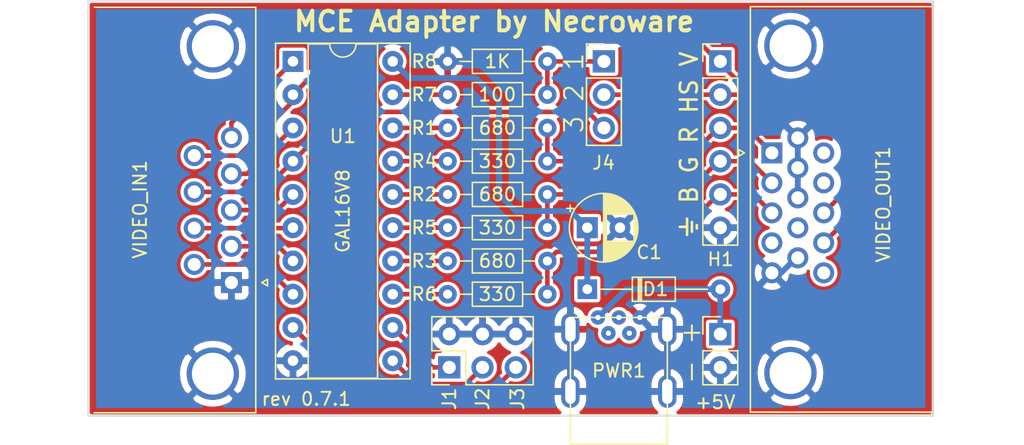
<source format=kicad_pcb>
(kicad_pcb (version 20171130) (host pcbnew 5.1.8)
  (title_block (title "MCE Adapter") (date 2020-12-06) (rev 0.7.1) (company Necroware) (comment 1 "by Scorp"))
  (layers (0 F.Cu signal) (31 B.Cu signal) (34 B.Paste user) (35 F.Paste user) (36 B.SilkS user) (37 F.SilkS user) (38 B.Mask user) (39 F.Mask user) (44 Edge.Cuts user))
  (net 0 "")
  (net 1 GND)
  (net 2 R_IN)
  (net 3 G_IN)
  (net 4 B_IN)
  (net 5 IR_IN)
  (net 6 IG_IN)
  (net 7 IB_IN)
  (net 8 H_IN)
  (net 9 V_IN)
  (net 10 "Net-(D1-Pad2)")
  (net 11 H_OUT)
  (net 12 B_OUT)
  (net 13 G_OUT)
  (net 14 R_OUT)
  (net 15 S_OUT)
  (net 16 "Net-(R1-Pad2)")
  (net 17 "Net-(R3-Pad2)")
  (net 18 "Net-(R5-Pad2)")
  (net 19 "Net-(R6-Pad2)")
  (net 20 SW3_IN)
  (net 21 SW2_IN)
  (net 22 SW1_IN)
  (net 23 "Net-(R4-Pad2)")
  (net 24 "Net-(R7-Pad2)")
  (net 25 "Net-(R2-Pad2)")
  (net 26 "Net-(C1-Pad1)")
  (module Capacitor_THT:CP_Radial_D5.0mm_P2.50mm (layer F.Cu) (at 148.844 104.013)
    (fp_text reference C1 (at 4.7244 1.8796) (layer F.SilkS))
    (fp_text value 220u hide)
    (fp_circle (center 1.25 0) (end 3.87 0) (layer F.SilkS) (width 0.12))
    (fp_line (start 1.25 -2.58) (end 1.25 2.58) (layer F.SilkS) (width 0.12))
    (fp_line (start 1.29 -2.58) (end 1.29 2.58) (layer F.SilkS) (width 0.12))
    (fp_line (start 1.33 -2.579) (end 1.33 2.579) (layer F.SilkS) (width 0.12))
    (fp_line (start 1.37 -2.578) (end 1.37 2.578) (layer F.SilkS) (width 0.12))
    (fp_line (start 1.41 -2.576) (end 1.41 2.576) (layer F.SilkS) (width 0.12))
    (fp_line (start 1.45 -2.573) (end 1.45 2.573) (layer F.SilkS) (width 0.12))
    (fp_line (start 1.49 -2.569) (end 1.49 -1.04) (layer F.SilkS) (width 0.12))
    (fp_line (start 1.49 1.04) (end 1.49 2.569) (layer F.SilkS) (width 0.12))
    (fp_line (start 1.53 -2.565) (end 1.53 -1.04) (layer F.SilkS) (width 0.12))
    (fp_line (start 1.53 1.04) (end 1.53 2.565) (layer F.SilkS) (width 0.12))
    (fp_line (start 1.57 -2.561) (end 1.57 -1.04) (layer F.SilkS) (width 0.12))
    (fp_line (start 1.57 1.04) (end 1.57 2.561) (layer F.SilkS) (width 0.12))
    (fp_line (start 1.61 -2.556) (end 1.61 -1.04) (layer F.SilkS) (width 0.12))
    (fp_line (start 1.61 1.04) (end 1.61 2.556) (layer F.SilkS) (width 0.12))
    (fp_line (start 1.65 -2.55) (end 1.65 -1.04) (layer F.SilkS) (width 0.12))
    (fp_line (start 1.65 1.04) (end 1.65 2.55) (layer F.SilkS) (width 0.12))
    (fp_line (start 1.69 -2.543) (end 1.69 -1.04) (layer F.SilkS) (width 0.12))
    (fp_line (start 1.69 1.04) (end 1.69 2.543) (layer F.SilkS) (width 0.12))
    (fp_line (start 1.73 -2.536) (end 1.73 -1.04) (layer F.SilkS) (width 0.12))
    (fp_line (start 1.73 1.04) (end 1.73 2.536) (layer F.SilkS) (width 0.12))
    (fp_line (start 1.77 -2.528) (end 1.77 -1.04) (layer F.SilkS) (width 0.12))
    (fp_line (start 1.77 1.04) (end 1.77 2.528) (layer F.SilkS) (width 0.12))
    (fp_line (start 1.81 -2.52) (end 1.81 -1.04) (layer F.SilkS) (width 0.12))
    (fp_line (start 1.81 1.04) (end 1.81 2.52) (layer F.SilkS) (width 0.12))
    (fp_line (start 1.85 -2.511) (end 1.85 -1.04) (layer F.SilkS) (width 0.12))
    (fp_line (start 1.85 1.04) (end 1.85 2.511) (layer F.SilkS) (width 0.12))
    (fp_line (start 1.89 -2.501) (end 1.89 -1.04) (layer F.SilkS) (width 0.12))
    (fp_line (start 1.89 1.04) (end 1.89 2.501) (layer F.SilkS) (width 0.12))
    (fp_line (start 1.93 -2.491) (end 1.93 -1.04) (layer F.SilkS) (width 0.12))
    (fp_line (start 1.93 1.04) (end 1.93 2.491) (layer F.SilkS) (width 0.12))
    (fp_line (start 1.971 -2.48) (end 1.971 -1.04) (layer F.SilkS) (width 0.12))
    (fp_line (start 1.971 1.04) (end 1.971 2.48) (layer F.SilkS) (width 0.12))
    (fp_line (start 2.011 -2.468) (end 2.011 -1.04) (layer F.SilkS) (width 0.12))
    (fp_line (start 2.011 1.04) (end 2.011 2.468) (layer F.SilkS) (width 0.12))
    (fp_line (start 2.051 -2.455) (end 2.051 -1.04) (layer F.SilkS) (width 0.12))
    (fp_line (start 2.051 1.04) (end 2.051 2.455) (layer F.SilkS) (width 0.12))
    (fp_line (start 2.091 -2.442) (end 2.091 -1.04) (layer F.SilkS) (width 0.12))
    (fp_line (start 2.091 1.04) (end 2.091 2.442) (layer F.SilkS) (width 0.12))
    (fp_line (start 2.131 -2.428) (end 2.131 -1.04) (layer F.SilkS) (width 0.12))
    (fp_line (start 2.131 1.04) (end 2.131 2.428) (layer F.SilkS) (width 0.12))
    (fp_line (start 2.171 -2.414) (end 2.171 -1.04) (layer F.SilkS) (width 0.12))
    (fp_line (start 2.171 1.04) (end 2.171 2.414) (layer F.SilkS) (width 0.12))
    (fp_line (start 2.211 -2.398) (end 2.211 -1.04) (layer F.SilkS) (width 0.12))
    (fp_line (start 2.211 1.04) (end 2.211 2.398) (layer F.SilkS) (width 0.12))
    (fp_line (start 2.251 -2.382) (end 2.251 -1.04) (layer F.SilkS) (width 0.12))
    (fp_line (start 2.251 1.04) (end 2.251 2.382) (layer F.SilkS) (width 0.12))
    (fp_line (start 2.291 -2.365) (end 2.291 -1.04) (layer F.SilkS) (width 0.12))
    (fp_line (start 2.291 1.04) (end 2.291 2.365) (layer F.SilkS) (width 0.12))
    (fp_line (start 2.331 -2.348) (end 2.331 -1.04) (layer F.SilkS) (width 0.12))
    (fp_line (start 2.331 1.04) (end 2.331 2.348) (layer F.SilkS) (width 0.12))
    (fp_line (start 2.371 -2.329) (end 2.371 -1.04) (layer F.SilkS) (width 0.12))
    (fp_line (start 2.371 1.04) (end 2.371 2.329) (layer F.SilkS) (width 0.12))
    (fp_line (start 2.411 -2.31) (end 2.411 -1.04) (layer F.SilkS) (width 0.12))
    (fp_line (start 2.411 1.04) (end 2.411 2.31) (layer F.SilkS) (width 0.12))
    (fp_line (start 2.451 -2.29) (end 2.451 -1.04) (layer F.SilkS) (width 0.12))
    (fp_line (start 2.451 1.04) (end 2.451 2.29) (layer F.SilkS) (width 0.12))
    (fp_line (start 2.491 -2.268) (end 2.491 -1.04) (layer F.SilkS) (width 0.12))
    (fp_line (start 2.491 1.04) (end 2.491 2.268) (layer F.SilkS) (width 0.12))
    (fp_line (start 2.531 -2.247) (end 2.531 -1.04) (layer F.SilkS) (width 0.12))
    (fp_line (start 2.531 1.04) (end 2.531 2.247) (layer F.SilkS) (width 0.12))
    (fp_line (start 2.571 -2.224) (end 2.571 -1.04) (layer F.SilkS) (width 0.12))
    (fp_line (start 2.571 1.04) (end 2.571 2.224) (layer F.SilkS) (width 0.12))
    (fp_line (start 2.611 -2.2) (end 2.611 -1.04) (layer F.SilkS) (width 0.12))
    (fp_line (start 2.611 1.04) (end 2.611 2.2) (layer F.SilkS) (width 0.12))
    (fp_line (start 2.651 -2.175) (end 2.651 -1.04) (layer F.SilkS) (width 0.12))
    (fp_line (start 2.651 1.04) (end 2.651 2.175) (layer F.SilkS) (width 0.12))
    (fp_line (start 2.691 -2.149) (end 2.691 -1.04) (layer F.SilkS) (width 0.12))
    (fp_line (start 2.691 1.04) (end 2.691 2.149) (layer F.SilkS) (width 0.12))
    (fp_line (start 2.731 -2.122) (end 2.731 -1.04) (layer F.SilkS) (width 0.12))
    (fp_line (start 2.731 1.04) (end 2.731 2.122) (layer F.SilkS) (width 0.12))
    (fp_line (start 2.771 -2.095) (end 2.771 -1.04) (layer F.SilkS) (width 0.12))
    (fp_line (start 2.771 1.04) (end 2.771 2.095) (layer F.SilkS) (width 0.12))
    (fp_line (start 2.811 -2.065) (end 2.811 -1.04) (layer F.SilkS) (width 0.12))
    (fp_line (start 2.811 1.04) (end 2.811 2.065) (layer F.SilkS) (width 0.12))
    (fp_line (start 2.851 -2.035) (end 2.851 -1.04) (layer F.SilkS) (width 0.12))
    (fp_line (start 2.851 1.04) (end 2.851 2.035) (layer F.SilkS) (width 0.12))
    (fp_line (start 2.891 -2.004) (end 2.891 -1.04) (layer F.SilkS) (width 0.12))
    (fp_line (start 2.891 1.04) (end 2.891 2.004) (layer F.SilkS) (width 0.12))
    (fp_line (start 2.931 -1.971) (end 2.931 -1.04) (layer F.SilkS) (width 0.12))
    (fp_line (start 2.931 1.04) (end 2.931 1.971) (layer F.SilkS) (width 0.12))
    (fp_line (start 2.971 -1.937) (end 2.971 -1.04) (layer F.SilkS) (width 0.12))
    (fp_line (start 2.971 1.04) (end 2.971 1.937) (layer F.SilkS) (width 0.12))
    (fp_line (start 3.011 -1.901) (end 3.011 -1.04) (layer F.SilkS) (width 0.12))
    (fp_line (start 3.011 1.04) (end 3.011 1.901) (layer F.SilkS) (width 0.12))
    (fp_line (start 3.051 -1.864) (end 3.051 -1.04) (layer F.SilkS) (width 0.12))
    (fp_line (start 3.051 1.04) (end 3.051 1.864) (layer F.SilkS) (width 0.12))
    (fp_line (start 3.091 -1.826) (end 3.091 -1.04) (layer F.SilkS) (width 0.12))
    (fp_line (start 3.091 1.04) (end 3.091 1.826) (layer F.SilkS) (width 0.12))
    (fp_line (start 3.131 -1.785) (end 3.131 -1.04) (layer F.SilkS) (width 0.12))
    (fp_line (start 3.131 1.04) (end 3.131 1.785) (layer F.SilkS) (width 0.12))
    (fp_line (start 3.171 -1.743) (end 3.171 -1.04) (layer F.SilkS) (width 0.12))
    (fp_line (start 3.171 1.04) (end 3.171 1.743) (layer F.SilkS) (width 0.12))
    (fp_line (start 3.211 -1.699) (end 3.211 -1.04) (layer F.SilkS) (width 0.12))
    (fp_line (start 3.211 1.04) (end 3.211 1.699) (layer F.SilkS) (width 0.12))
    (fp_line (start 3.251 -1.653) (end 3.251 -1.04) (layer F.SilkS) (width 0.12))
    (fp_line (start 3.251 1.04) (end 3.251 1.653) (layer F.SilkS) (width 0.12))
    (fp_line (start 3.291 -1.605) (end 3.291 -1.04) (layer F.SilkS) (width 0.12))
    (fp_line (start 3.291 1.04) (end 3.291 1.605) (layer F.SilkS) (width 0.12))
    (fp_line (start 3.331 -1.554) (end 3.331 -1.04) (layer F.SilkS) (width 0.12))
    (fp_line (start 3.331 1.04) (end 3.331 1.554) (layer F.SilkS) (width 0.12))
    (fp_line (start 3.371 -1.5) (end 3.371 -1.04) (layer F.SilkS) (width 0.12))
    (fp_line (start 3.371 1.04) (end 3.371 1.5) (layer F.SilkS) (width 0.12))
    (fp_line (start 3.411 -1.443) (end 3.411 -1.04) (layer F.SilkS) (width 0.12))
    (fp_line (start 3.411 1.04) (end 3.411 1.443) (layer F.SilkS) (width 0.12))
    (fp_line (start 3.451 -1.383) (end 3.451 -1.04) (layer F.SilkS) (width 0.12))
    (fp_line (start 3.451 1.04) (end 3.451 1.383) (layer F.SilkS) (width 0.12))
    (fp_line (start 3.491 -1.319) (end 3.491 -1.04) (layer F.SilkS) (width 0.12))
    (fp_line (start 3.491 1.04) (end 3.491 1.319) (layer F.SilkS) (width 0.12))
    (fp_line (start 3.531 -1.251) (end 3.531 -1.04) (layer F.SilkS) (width 0.12))
    (fp_line (start 3.531 1.04) (end 3.531 1.251) (layer F.SilkS) (width 0.12))
    (fp_line (start 3.571 -1.178) (end 3.571 1.178) (layer F.SilkS) (width 0.12))
    (fp_line (start 3.611 -1.098) (end 3.611 1.098) (layer F.SilkS) (width 0.12))
    (fp_line (start 3.651 -1.011) (end 3.651 1.011) (layer F.SilkS) (width 0.12))
    (fp_line (start 3.691 -0.915) (end 3.691 0.915) (layer F.SilkS) (width 0.12))
    (fp_line (start 3.731 -0.805) (end 3.731 0.805) (layer F.SilkS) (width 0.12))
    (fp_line (start 3.771 -0.677) (end 3.771 0.677) (layer F.SilkS) (width 0.12))
    (fp_line (start 3.811 -0.518) (end 3.811 0.518) (layer F.SilkS) (width 0.12))
    (fp_line (start 3.851 -0.284) (end 3.851 0.284) (layer F.SilkS) (width 0.12))
    (fp_line (start -1.554775 -1.475) (end -1.054775 -1.475) (layer F.SilkS) (width 0.12))
    (fp_line (start -1.304775 -1.725) (end -1.304775 -1.225) (layer F.SilkS) (width 0.12))
    (pad 2 thru_hole circle (at 2.5 0) (size 1.6 1.6) (drill 0.8) (layers *.Cu *.Mask) (net 1 GND))
    (pad 1 thru_hole rect (at 0 0) (size 1.6 1.6) (drill 0.8) (layers *.Cu *.Mask) (net 26 "Net-(C1-Pad1)"))
  )
  (module Diode_THT:D_DO-34_SOD68_P10.16mm_Horizontal (layer F.Cu) (at 148.844 108.712)
    (fp_text reference D1 (at 5.207 0) (layer F.SilkS))
    (fp_text value 1N5819 hide)
    (fp_line (start 3.44 -0.92) (end 3.44 0.92) (layer F.SilkS) (width 0.12))
    (fp_line (start 3.44 0.92) (end 6.72 0.92) (layer F.SilkS) (width 0.12))
    (fp_line (start 6.72 0.92) (end 6.72 -0.92) (layer F.SilkS) (width 0.12))
    (fp_line (start 6.72 -0.92) (end 3.44 -0.92) (layer F.SilkS) (width 0.12))
    (fp_line (start 0.99 0) (end 3.44 0) (layer F.SilkS) (width 0.12))
    (fp_line (start 9.17 0) (end 6.72 0) (layer F.SilkS) (width 0.12))
    (fp_line (start 4.016 -0.92) (end 4.016 0.92) (layer F.SilkS) (width 0.12))
    (fp_line (start 4.136 -0.92) (end 4.136 0.92) (layer F.SilkS) (width 0.12))
    (fp_line (start 3.896 -0.92) (end 3.896 0.92) (layer F.SilkS) (width 0.12))
    (pad 2 thru_hole oval (at 10.16 0) (size 1.5 1.5) (drill 0.75) (layers *.Cu *.Mask) (net 10 "Net-(D1-Pad2)"))
    (pad 1 thru_hole rect (at 0 0) (size 1.5 1.5) (drill 0.75) (layers *.Cu *.Mask) (net 26 "Net-(C1-Pad1)"))
  )
  (module Connector_Dsub:DSUB-15-HD_Female_Horizontal_P2.29x1.98mm_EdgePinOffset8.35mm_Housed_MountingHolesOffset10.89mm (layer F.Cu) (at 162.941 98.298 90)
    (fp_text reference VIDEO_OUT1 (at -3.937 8.509 90) (layer F.SilkS))
    (fp_text value DB15_Female_HighDensity_MountingHoles hide)
    (fp_line (start -19.8 12.25) (end -19.8 -1.64) (layer F.SilkS) (width 0.12))
    (fp_line (start -19.8 -1.64) (end 11.17 -1.64) (layer F.SilkS) (width 0.12))
    (fp_line (start 11.17 -1.64) (end 11.17 12.25) (layer F.SilkS) (width 0.12))
    (fp_line (start -0.25 -2.534338) (end 0.25 -2.534338) (layer F.SilkS) (width 0.12))
    (fp_line (start 0.25 -2.534338) (end 0 -2.101325) (layer F.SilkS) (width 0.12))
    (fp_line (start 0 -2.101325) (end -0.25 -2.534338) (layer F.SilkS) (width 0.12))
    (pad 0 thru_hole circle (at 8.185 1.42 90) (size 4 4) (drill 3.2) (layers *.Cu *.Mask) (net 1 GND))
    (pad 0 thru_hole circle (at -16.815 1.42 90) (size 4 4) (drill 3.2) (layers *.Cu *.Mask) (net 1 GND))
    (pad 15 thru_hole circle (at -9.16 3.96 90) (size 1.6 1.6) (drill 1) (layers *.Cu *.Mask))
    (pad 14 thru_hole circle (at -6.87 3.96 90) (size 1.6 1.6) (drill 1) (layers *.Cu *.Mask) (net 9 V_IN))
    (pad 13 thru_hole circle (at -4.58 3.96 90) (size 1.6 1.6) (drill 1) (layers *.Cu *.Mask) (net 11 H_OUT))
    (pad 12 thru_hole circle (at -2.29 3.96 90) (size 1.6 1.6) (drill 1) (layers *.Cu *.Mask))
    (pad 11 thru_hole circle (at 0 3.96 90) (size 1.6 1.6) (drill 1) (layers *.Cu *.Mask))
    (pad 10 thru_hole circle (at -8.015 1.98 90) (size 1.6 1.6) (drill 1) (layers *.Cu *.Mask) (net 1 GND))
    (pad 9 thru_hole circle (at -5.725 1.98 90) (size 1.6 1.6) (drill 1) (layers *.Cu *.Mask))
    (pad 8 thru_hole circle (at -3.435 1.98 90) (size 1.6 1.6) (drill 1) (layers *.Cu *.Mask) (net 1 GND))
    (pad 7 thru_hole circle (at -1.145 1.98 90) (size 1.6 1.6) (drill 1) (layers *.Cu *.Mask) (net 1 GND))
    (pad 6 thru_hole circle (at 1.145 1.98 90) (size 1.6 1.6) (drill 1) (layers *.Cu *.Mask) (net 1 GND))
    (pad 5 thru_hole circle (at -9.16 0 90) (size 1.6 1.6) (drill 1) (layers *.Cu *.Mask) (net 1 GND))
    (pad 4 thru_hole circle (at -6.87 0 90) (size 1.6 1.6) (drill 1) (layers *.Cu *.Mask))
    (pad 3 thru_hole circle (at -4.58 0 90) (size 1.6 1.6) (drill 1) (layers *.Cu *.Mask) (net 12 B_OUT))
    (pad 2 thru_hole circle (at -2.29 0 90) (size 1.6 1.6) (drill 1) (layers *.Cu *.Mask) (net 13 G_OUT))
    (pad 1 thru_hole rect (at 0 0 90) (size 1.6 1.6) (drill 1) (layers *.Cu *.Mask) (net 14 R_OUT))
  )
  (module Connector_PinHeader_2.54mm:PinHeader_1x02_P2.54mm_Vertical (layer F.Cu) (at 159.004 112.141)
    (fp_text reference PWR2 hide)
    (fp_text value +5V (at -0.381 5.207) (layer F.SilkS))
    (fp_line (start -1.33 3.87) (end 1.33 3.87) (layer F.SilkS) (width 0.12))
    (fp_line (start -1.33 1.27) (end -1.33 3.87) (layer F.SilkS) (width 0.12))
    (fp_line (start 1.33 1.27) (end 1.33 3.87) (layer F.SilkS) (width 0.12))
    (fp_line (start -1.33 1.27) (end 1.33 1.27) (layer F.SilkS) (width 0.12))
    (fp_line (start -1.33 0) (end -1.33 -1.33) (layer F.SilkS) (width 0.12))
    (fp_line (start -1.33 -1.33) (end 0 -1.33) (layer F.SilkS) (width 0.12))
    (fp_text user "- +" (at -2.286 1.397 270) (layer F.SilkS) (effects (font (size 1.5 1.5))))
    (pad 2 thru_hole oval (at 0 2.54) (size 1.7 1.7) (drill 1) (layers *.Cu *.Mask) (net 1 GND))
    (pad 1 thru_hole rect (at 0 0) (size 1.7 1.7) (drill 1) (layers *.Cu *.Mask) (net 10 "Net-(D1-Pad2)"))
  )
  (module Necroware:USB_Mini-B-Jing_Extension_LSCS_C46398 (layer F.Cu) (at 151.257 110.871)
    (fp_text reference PWR1 (at 0 4.064) (layer F.SilkS))
    (fp_text value USB_B_Mini hide)
    (fp_line (start -3.7 7.45) (end 3.7 7.45) (layer F.SilkS) (width 0.12))
    (fp_line (start -3.7 9.7) (end -3.7 0) (layer F.SilkS) (width 0.12))
    (fp_line (start -3.7 9.7) (end 3.7 9.7) (layer F.SilkS) (width 0.12))
    (fp_line (start 3.7 0) (end 3.7 9.7) (layer F.SilkS) (width 0.12))
    (fp_line (start -3.7 0) (end 3.7 0) (layer F.SilkS) (width 0.12))
    (pad 6 thru_hole oval (at 3.7 5.65) (size 1.4 2.5) (drill oval 0.8 1.9) (layers *.Cu *.Mask) (net 1 GND))
    (pad 6 thru_hole oval (at -3.7 5.65) (size 1.4 2.5) (drill oval 0.8 1.9) (layers *.Cu *.Mask) (net 1 GND))
    (pad 6 thru_hole oval (at -3.7 0.9) (size 1.4 2.5) (drill oval 0.8 1.9) (layers *.Cu *.Mask) (net 1 GND))
    (pad 6 thru_hole oval (at 3.7 0.9) (size 1.4 2.5) (drill oval 0.8 1.9) (layers *.Cu *.Mask) (net 1 GND))
    (pad 4 thru_hole circle (at 0.8 1.2) (size 1.1 1.1) (drill 0.4) (layers *.Cu *.Mask))
    (pad 2 thru_hole circle (at -0.8 1.2) (size 1.1 1.1) (drill 0.4) (layers *.Cu *.Mask))
    (pad 1 thru_hole circle (at -1.6 0) (size 1.1 1.1) (drill 0.4) (layers *.Cu *.Mask) (net 10 "Net-(D1-Pad2)"))
    (pad 5 thru_hole circle (at 1.6 0) (size 1.1 1.1) (drill 0.4) (layers *.Cu *.Mask) (net 1 GND))
    (pad 3 thru_hole circle (at 0 0) (size 1.1 1.1) (drill 0.4) (layers *.Cu *.Mask))
  )
  (module Connector_Dsub:DSUB-9_Female_Horizontal_P2.77x2.84mm_EdgePinOffset7.70mm_Housed_MountingHolesOffset9.12mm (layer F.Cu) (at 121.666 108.204 270)
    (fp_text reference VIDEO_IN1 (at -5.588 6.985 270) (layer F.SilkS))
    (fp_text value DB9_Female_MountingHoles hide)
    (fp_line (start -21.025 10.48) (end -21.025 -1.86) (layer F.SilkS) (width 0.12))
    (fp_line (start -21.025 -1.86) (end 9.945 -1.86) (layer F.SilkS) (width 0.12))
    (fp_line (start 9.945 -1.86) (end 9.945 10.48) (layer F.SilkS) (width 0.12))
    (fp_line (start -0.25 -2.754338) (end 0.25 -2.754338) (layer F.SilkS) (width 0.12))
    (fp_line (start 0.25 -2.754338) (end 0 -2.321325) (layer F.SilkS) (width 0.12))
    (fp_line (start 0 -2.321325) (end -0.25 -2.754338) (layer F.SilkS) (width 0.12))
    (pad 0 thru_hole circle (at 6.96 1.42 270) (size 4 4) (drill 3.2) (layers *.Cu *.Mask) (net 1 GND))
    (pad 0 thru_hole circle (at -18.04 1.42 270) (size 4 4) (drill 3.2) (layers *.Cu *.Mask) (net 1 GND))
    (pad 9 thru_hole circle (at -9.695 2.84 270) (size 1.6 1.6) (drill 1) (layers *.Cu *.Mask) (net 9 V_IN))
    (pad 8 thru_hole circle (at -6.925 2.84 270) (size 1.6 1.6) (drill 1) (layers *.Cu *.Mask) (net 8 H_IN))
    (pad 7 thru_hole circle (at -4.155 2.84 270) (size 1.6 1.6) (drill 1) (layers *.Cu *.Mask) (net 7 IB_IN))
    (pad 6 thru_hole circle (at -1.385 2.84 270) (size 1.6 1.6) (drill 1) (layers *.Cu *.Mask) (net 6 IG_IN))
    (pad 5 thru_hole circle (at -11.08 0 270) (size 1.6 1.6) (drill 1) (layers *.Cu *.Mask) (net 4 B_IN))
    (pad 4 thru_hole circle (at -8.31 0 270) (size 1.6 1.6) (drill 1) (layers *.Cu *.Mask) (net 3 G_IN))
    (pad 3 thru_hole circle (at -5.54 0 270) (size 1.6 1.6) (drill 1) (layers *.Cu *.Mask) (net 2 R_IN))
    (pad 2 thru_hole circle (at -2.77 0 270) (size 1.6 1.6) (drill 1) (layers *.Cu *.Mask) (net 5 IR_IN))
    (pad 1 thru_hole rect (at 0 0 270) (size 1.6 1.6) (drill 1) (layers *.Cu *.Mask) (net 1 GND))
  )
  (module Connector_PinHeader_2.54mm:PinHeader_2x03_P2.54mm_Vertical (layer F.Cu) (at 138.303 114.681 90)
    (fp_text reference J123 hide)
    (fp_text value Conn_02x03_Odd_Even hide)
    (fp_line (start -1.33 6.41) (end 3.87 6.41) (layer F.SilkS) (width 0.12))
    (fp_line (start -1.33 1.27) (end -1.33 6.41) (layer F.SilkS) (width 0.12))
    (fp_line (start 3.87 -1.33) (end 3.87 6.41) (layer F.SilkS) (width 0.12))
    (fp_line (start -1.33 1.27) (end 1.27 1.27) (layer F.SilkS) (width 0.12))
    (fp_line (start 1.27 1.27) (end 1.27 -1.33) (layer F.SilkS) (width 0.12))
    (fp_line (start 1.27 -1.33) (end 3.87 -1.33) (layer F.SilkS) (width 0.12))
    (fp_line (start -1.33 0) (end -1.33 -1.33) (layer F.SilkS) (width 0.12))
    (fp_line (start -1.33 -1.33) (end 0 -1.33) (layer F.SilkS) (width 0.12))
    (fp_text user J1 (at -2.413 0 90) (layer F.SilkS))
    (fp_text user J2 (at -2.413 2.54 90) (layer F.SilkS))
    (fp_text user J3 (at -2.413 5.207 90) (layer F.SilkS))
    (pad 6 thru_hole oval (at 2.54 5.08 90) (size 1.7 1.7) (drill 1) (layers *.Cu *.Mask) (net 1 GND))
    (pad 5 thru_hole oval (at 0 5.08 90) (size 1.7 1.7) (drill 1) (layers *.Cu *.Mask) (net 20 SW3_IN))
    (pad 4 thru_hole oval (at 2.54 2.54 90) (size 1.7 1.7) (drill 1) (layers *.Cu *.Mask) (net 1 GND))
    (pad 3 thru_hole oval (at 0 2.54 90) (size 1.7 1.7) (drill 1) (layers *.Cu *.Mask) (net 21 SW2_IN))
    (pad 2 thru_hole oval (at 2.54 0 90) (size 1.7 1.7) (drill 1) (layers *.Cu *.Mask) (net 1 GND))
    (pad 1 thru_hole rect (at 0 0 90) (size 1.7 1.7) (drill 1) (layers *.Cu *.Mask) (net 22 SW1_IN))
  )
  (module Resistor_THT:R_Axial_DIN0204_L3.6mm_D1.6mm_P7.62mm_Horizontal (layer F.Cu) (at 145.796 93.853 180)
    (fp_text reference R7 (at 9.398 0) (layer F.SilkS))
    (fp_text value 100 (at 3.815 0) (layer F.SilkS))
    (fp_line (start 1.89 -0.92) (end 1.89 0.92) (layer F.SilkS) (width 0.12))
    (fp_line (start 1.89 0.92) (end 5.73 0.92) (layer F.SilkS) (width 0.12))
    (fp_line (start 5.73 0.92) (end 5.73 -0.92) (layer F.SilkS) (width 0.12))
    (fp_line (start 5.73 -0.92) (end 1.89 -0.92) (layer F.SilkS) (width 0.12))
    (fp_line (start 0.94 0) (end 1.89 0) (layer F.SilkS) (width 0.12))
    (fp_line (start 6.68 0) (end 5.73 0) (layer F.SilkS) (width 0.12))
    (pad 2 thru_hole oval (at 7.62 0 180) (size 1.4 1.4) (drill 0.7) (layers *.Cu *.Mask) (net 24 "Net-(R7-Pad2)"))
    (pad 1 thru_hole circle (at 0 0 180) (size 1.4 1.4) (drill 0.7) (layers *.Cu *.Mask) (net 15 S_OUT))
  )
  (module Connector_PinHeader_2.54mm:PinHeader_1x03_P2.54mm_Vertical (layer F.Cu) (at 150.114 91.313)
    (fp_text reference J4 (at -0.0254 7.747) (layer F.SilkS))
    (fp_text value Conn_01x03_Male hide)
    (fp_line (start -1.33 6.41) (end 1.33 6.41) (layer F.SilkS) (width 0.12))
    (fp_line (start -1.33 1.27) (end -1.33 6.41) (layer F.SilkS) (width 0.12))
    (fp_line (start 1.33 1.27) (end 1.33 6.41) (layer F.SilkS) (width 0.12))
    (fp_line (start -1.33 1.27) (end 1.33 1.27) (layer F.SilkS) (width 0.12))
    (fp_line (start -1.33 0) (end -1.33 -1.33) (layer F.SilkS) (width 0.12))
    (fp_line (start -1.33 -1.33) (end 0 -1.33) (layer F.SilkS) (width 0.12))
    (fp_text user "3 2 1" (at -2.286 2.413 90) (layer F.SilkS) (effects (font (size 1.4 1.4))))
    (pad 3 thru_hole oval (at 0 5.08) (size 1.7 1.7) (drill 1) (layers *.Cu *.Mask) (net 8 H_IN))
    (pad 2 thru_hole oval (at 0 2.54) (size 1.7 1.7) (drill 1) (layers *.Cu *.Mask) (net 11 H_OUT))
    (pad 1 thru_hole rect (at 0 0) (size 1.7 1.7) (drill 1) (layers *.Cu *.Mask) (net 15 S_OUT))
  )
  (module Package_DIP:DIP-20_W7.62mm_Socket (layer F.Cu) (at 126.365 91.313)
    (fp_text reference U1 (at 3.81 5.715) (layer F.SilkS))
    (fp_text value GAL16V8 (at 3.81 11.43 90) (layer F.SilkS))
    (fp_line (start 2.81 -1.33) (end 1.16 -1.33) (layer F.SilkS) (width 0.12))
    (fp_line (start 1.16 -1.33) (end 1.16 24.19) (layer F.SilkS) (width 0.12))
    (fp_line (start 1.16 24.19) (end 6.46 24.19) (layer F.SilkS) (width 0.12))
    (fp_line (start 6.46 24.19) (end 6.46 -1.33) (layer F.SilkS) (width 0.12))
    (fp_line (start 6.46 -1.33) (end 4.81 -1.33) (layer F.SilkS) (width 0.12))
    (fp_line (start -1.33 -1.39) (end -1.33 24.25) (layer F.SilkS) (width 0.12))
    (fp_line (start -1.33 24.25) (end 8.95 24.25) (layer F.SilkS) (width 0.12))
    (fp_line (start 8.95 24.25) (end 8.95 -1.39) (layer F.SilkS) (width 0.12))
    (fp_line (start 8.95 -1.39) (end -1.33 -1.39) (layer F.SilkS) (width 0.12))
    (fp_arc (start 3.81 -1.33) (end 2.81 -1.33) (angle -180) (layer F.SilkS) (width 0.12))
    (pad 20 thru_hole oval (at 7.62 0) (size 1.6 1.6) (drill 0.8) (layers *.Cu *.Mask) (net 26 "Net-(C1-Pad1)"))
    (pad 10 thru_hole oval (at 0 22.86) (size 1.6 1.6) (drill 0.8) (layers *.Cu *.Mask) (net 1 GND))
    (pad 19 thru_hole oval (at 7.62 2.54) (size 1.6 1.6) (drill 0.8) (layers *.Cu *.Mask) (net 24 "Net-(R7-Pad2)"))
    (pad 9 thru_hole oval (at 0 20.32) (size 1.6 1.6) (drill 0.8) (layers *.Cu *.Mask) (net 20 SW3_IN))
    (pad 18 thru_hole oval (at 7.62 5.08) (size 1.6 1.6) (drill 0.8) (layers *.Cu *.Mask) (net 16 "Net-(R1-Pad2)"))
    (pad 8 thru_hole oval (at 0 17.78) (size 1.6 1.6) (drill 0.8) (layers *.Cu *.Mask) (net 6 IG_IN))
    (pad 17 thru_hole oval (at 7.62 7.62) (size 1.6 1.6) (drill 0.8) (layers *.Cu *.Mask) (net 23 "Net-(R4-Pad2)"))
    (pad 7 thru_hole oval (at 0 15.24) (size 1.6 1.6) (drill 0.8) (layers *.Cu *.Mask) (net 5 IR_IN))
    (pad 16 thru_hole oval (at 7.62 10.16) (size 1.6 1.6) (drill 0.8) (layers *.Cu *.Mask) (net 25 "Net-(R2-Pad2)"))
    (pad 6 thru_hole oval (at 0 12.7) (size 1.6 1.6) (drill 0.8) (layers *.Cu *.Mask) (net 7 IB_IN))
    (pad 15 thru_hole oval (at 7.62 12.7) (size 1.6 1.6) (drill 0.8) (layers *.Cu *.Mask) (net 18 "Net-(R5-Pad2)"))
    (pad 5 thru_hole oval (at 0 10.16) (size 1.6 1.6) (drill 0.8) (layers *.Cu *.Mask) (net 2 R_IN))
    (pad 14 thru_hole oval (at 7.62 15.24) (size 1.6 1.6) (drill 0.8) (layers *.Cu *.Mask) (net 17 "Net-(R3-Pad2)"))
    (pad 4 thru_hole oval (at 0 7.62) (size 1.6 1.6) (drill 0.8) (layers *.Cu *.Mask) (net 8 H_IN))
    (pad 13 thru_hole oval (at 7.62 17.78) (size 1.6 1.6) (drill 0.8) (layers *.Cu *.Mask) (net 19 "Net-(R6-Pad2)"))
    (pad 3 thru_hole oval (at 0 5.08) (size 1.6 1.6) (drill 0.8) (layers *.Cu *.Mask) (net 3 G_IN))
    (pad 12 thru_hole oval (at 7.62 20.32) (size 1.6 1.6) (drill 0.8) (layers *.Cu *.Mask) (net 22 SW1_IN))
    (pad 2 thru_hole oval (at 0 2.54) (size 1.6 1.6) (drill 0.8) (layers *.Cu *.Mask) (net 9 V_IN))
    (pad 11 thru_hole oval (at 7.62 22.86) (size 1.6 1.6) (drill 0.8) (layers *.Cu *.Mask) (net 21 SW2_IN))
    (pad 1 thru_hole rect (at 0 0) (size 1.6 1.6) (drill 0.8) (layers *.Cu *.Mask) (net 4 B_IN))
  )
  (module Resistor_THT:R_Axial_DIN0204_L3.6mm_D1.6mm_P7.62mm_Horizontal (layer F.Cu) (at 145.796 109.093 180)
    (fp_text reference R6 (at 9.398 0) (layer F.SilkS))
    (fp_text value 330 (at 3.81 0) (layer F.SilkS))
    (fp_line (start 1.89 -0.92) (end 1.89 0.92) (layer F.SilkS) (width 0.12))
    (fp_line (start 1.89 0.92) (end 5.73 0.92) (layer F.SilkS) (width 0.12))
    (fp_line (start 5.73 0.92) (end 5.73 -0.92) (layer F.SilkS) (width 0.12))
    (fp_line (start 5.73 -0.92) (end 1.89 -0.92) (layer F.SilkS) (width 0.12))
    (fp_line (start 0.94 0) (end 1.89 0) (layer F.SilkS) (width 0.12))
    (fp_line (start 6.68 0) (end 5.73 0) (layer F.SilkS) (width 0.12))
    (pad 2 thru_hole oval (at 7.62 0 180) (size 1.4 1.4) (drill 0.7) (layers *.Cu *.Mask) (net 19 "Net-(R6-Pad2)"))
    (pad 1 thru_hole circle (at 0 0 180) (size 1.4 1.4) (drill 0.7) (layers *.Cu *.Mask) (net 12 B_OUT))
  )
  (module Resistor_THT:R_Axial_DIN0204_L3.6mm_D1.6mm_P7.62mm_Horizontal (layer F.Cu) (at 145.796 104.013 180)
    (fp_text reference R5 (at 9.398 0) (layer F.SilkS))
    (fp_text value 330 (at 3.81 0) (layer F.SilkS))
    (fp_line (start 1.89 -0.92) (end 1.89 0.92) (layer F.SilkS) (width 0.12))
    (fp_line (start 1.89 0.92) (end 5.73 0.92) (layer F.SilkS) (width 0.12))
    (fp_line (start 5.73 0.92) (end 5.73 -0.92) (layer F.SilkS) (width 0.12))
    (fp_line (start 5.73 -0.92) (end 1.89 -0.92) (layer F.SilkS) (width 0.12))
    (fp_line (start 0.94 0) (end 1.89 0) (layer F.SilkS) (width 0.12))
    (fp_line (start 6.68 0) (end 5.73 0) (layer F.SilkS) (width 0.12))
    (pad 2 thru_hole oval (at 7.62 0 180) (size 1.4 1.4) (drill 0.7) (layers *.Cu *.Mask) (net 18 "Net-(R5-Pad2)"))
    (pad 1 thru_hole circle (at 0 0 180) (size 1.4 1.4) (drill 0.7) (layers *.Cu *.Mask) (net 13 G_OUT))
  )
  (module Resistor_THT:R_Axial_DIN0204_L3.6mm_D1.6mm_P7.62mm_Horizontal (layer F.Cu) (at 145.796 98.933 180)
    (fp_text reference R4 (at 9.398 0) (layer F.SilkS))
    (fp_text value 330 (at 3.81 0) (layer F.SilkS))
    (fp_line (start 1.89 -0.92) (end 1.89 0.92) (layer F.SilkS) (width 0.12))
    (fp_line (start 1.89 0.92) (end 5.73 0.92) (layer F.SilkS) (width 0.12))
    (fp_line (start 5.73 0.92) (end 5.73 -0.92) (layer F.SilkS) (width 0.12))
    (fp_line (start 5.73 -0.92) (end 1.89 -0.92) (layer F.SilkS) (width 0.12))
    (fp_line (start 0.94 0) (end 1.89 0) (layer F.SilkS) (width 0.12))
    (fp_line (start 6.68 0) (end 5.73 0) (layer F.SilkS) (width 0.12))
    (pad 2 thru_hole oval (at 7.62 0 180) (size 1.4 1.4) (drill 0.7) (layers *.Cu *.Mask) (net 23 "Net-(R4-Pad2)"))
    (pad 1 thru_hole circle (at 0 0 180) (size 1.4 1.4) (drill 0.7) (layers *.Cu *.Mask) (net 14 R_OUT))
  )
  (module Resistor_THT:R_Axial_DIN0204_L3.6mm_D1.6mm_P7.62mm_Horizontal (layer F.Cu) (at 145.796 91.313 180)
    (fp_text reference R8 (at 9.398 0) (layer F.SilkS))
    (fp_text value 1K (at 3.81 0 180) (layer F.SilkS))
    (fp_line (start 1.89 -0.92) (end 1.89 0.92) (layer F.SilkS) (width 0.12))
    (fp_line (start 1.89 0.92) (end 5.73 0.92) (layer F.SilkS) (width 0.12))
    (fp_line (start 5.73 0.92) (end 5.73 -0.92) (layer F.SilkS) (width 0.12))
    (fp_line (start 5.73 -0.92) (end 1.89 -0.92) (layer F.SilkS) (width 0.12))
    (fp_line (start 0.94 0) (end 1.89 0) (layer F.SilkS) (width 0.12))
    (fp_line (start 6.68 0) (end 5.73 0) (layer F.SilkS) (width 0.12))
    (pad 2 thru_hole oval (at 7.62 0 180) (size 1.4 1.4) (drill 0.7) (layers *.Cu *.Mask) (net 1 GND))
    (pad 1 thru_hole circle (at 0 0 180) (size 1.4 1.4) (drill 0.7) (layers *.Cu *.Mask) (net 15 S_OUT))
  )
  (module Resistor_THT:R_Axial_DIN0204_L3.6mm_D1.6mm_P7.62mm_Horizontal (layer F.Cu) (at 145.796 106.553 180)
    (fp_text reference R3 (at 9.398 0) (layer F.SilkS))
    (fp_text value 680 (at 3.81 0) (layer F.SilkS))
    (fp_line (start 1.89 -0.92) (end 1.89 0.92) (layer F.SilkS) (width 0.12))
    (fp_line (start 1.89 0.92) (end 5.73 0.92) (layer F.SilkS) (width 0.12))
    (fp_line (start 5.73 0.92) (end 5.73 -0.92) (layer F.SilkS) (width 0.12))
    (fp_line (start 5.73 -0.92) (end 1.89 -0.92) (layer F.SilkS) (width 0.12))
    (fp_line (start 0.94 0) (end 1.89 0) (layer F.SilkS) (width 0.12))
    (fp_line (start 6.68 0) (end 5.73 0) (layer F.SilkS) (width 0.12))
    (pad 2 thru_hole oval (at 7.62 0 180) (size 1.4 1.4) (drill 0.7) (layers *.Cu *.Mask) (net 17 "Net-(R3-Pad2)"))
    (pad 1 thru_hole circle (at 0 0 180) (size 1.4 1.4) (drill 0.7) (layers *.Cu *.Mask) (net 12 B_OUT))
  )
  (module Resistor_THT:R_Axial_DIN0204_L3.6mm_D1.6mm_P7.62mm_Horizontal (layer F.Cu) (at 145.796 101.473 180)
    (fp_text reference R2 (at 9.398 0) (layer F.SilkS))
    (fp_text value 680 (at 3.81 0) (layer F.SilkS))
    (fp_line (start 1.89 -0.92) (end 1.89 0.92) (layer F.SilkS) (width 0.12))
    (fp_line (start 1.89 0.92) (end 5.73 0.92) (layer F.SilkS) (width 0.12))
    (fp_line (start 5.73 0.92) (end 5.73 -0.92) (layer F.SilkS) (width 0.12))
    (fp_line (start 5.73 -0.92) (end 1.89 -0.92) (layer F.SilkS) (width 0.12))
    (fp_line (start 0.94 0) (end 1.89 0) (layer F.SilkS) (width 0.12))
    (fp_line (start 6.68 0) (end 5.73 0) (layer F.SilkS) (width 0.12))
    (pad 2 thru_hole oval (at 7.62 0 180) (size 1.4 1.4) (drill 0.7) (layers *.Cu *.Mask) (net 25 "Net-(R2-Pad2)"))
    (pad 1 thru_hole circle (at 0 0 180) (size 1.4 1.4) (drill 0.7) (layers *.Cu *.Mask) (net 13 G_OUT))
  )
  (module Resistor_THT:R_Axial_DIN0204_L3.6mm_D1.6mm_P7.62mm_Horizontal (layer F.Cu) (at 145.796 96.393 180)
    (fp_text reference R1 (at 9.398 0) (layer F.SilkS))
    (fp_text value 680 (at 3.81 0) (layer F.SilkS))
    (fp_line (start 1.89 -0.92) (end 1.89 0.92) (layer F.SilkS) (width 0.12))
    (fp_line (start 1.89 0.92) (end 5.73 0.92) (layer F.SilkS) (width 0.12))
    (fp_line (start 5.73 0.92) (end 5.73 -0.92) (layer F.SilkS) (width 0.12))
    (fp_line (start 5.73 -0.92) (end 1.89 -0.92) (layer F.SilkS) (width 0.12))
    (fp_line (start 0.94 0) (end 1.89 0) (layer F.SilkS) (width 0.12))
    (fp_line (start 6.68 0) (end 5.73 0) (layer F.SilkS) (width 0.12))
    (pad 2 thru_hole oval (at 7.62 0 180) (size 1.4 1.4) (drill 0.7) (layers *.Cu *.Mask) (net 16 "Net-(R1-Pad2)"))
    (pad 1 thru_hole circle (at 0 0 180) (size 1.4 1.4) (drill 0.7) (layers *.Cu *.Mask) (net 14 R_OUT))
  )
  (module Connector_PinHeader_2.54mm:PinHeader_1x06_P2.54mm_Vertical (layer F.Cu) (at 159.004 91.313)
    (fp_text reference H1 (at 0.0254 15.113) (layer F.SilkS))
    (fp_text value Conn_01x06_Male hide)
    (fp_line (start -1.33 14.03) (end 1.33 14.03) (layer F.SilkS) (width 0.12))
    (fp_line (start -1.33 1.27) (end -1.33 14.03) (layer F.SilkS) (width 0.12))
    (fp_line (start 1.33 1.27) (end 1.33 14.03) (layer F.SilkS) (width 0.12))
    (fp_line (start -1.33 1.27) (end 1.33 1.27) (layer F.SilkS) (width 0.12))
    (fp_line (start -1.33 0) (end -1.33 -1.33) (layer F.SilkS) (width 0.12))
    (fp_line (start -1.33 -1.33) (end 0 -1.33) (layer F.SilkS) (width 0.12))
    (fp_text user "⏚ B G R HS V" (at -2.3876 6.35 270) (layer F.SilkS) (effects (font (size 1.3 1.3) (thickness 0.2))))
    (pad 6 thru_hole oval (at 0 12.7) (size 1.7 1.7) (drill 1) (layers *.Cu *.Mask) (net 1 GND))
    (pad 5 thru_hole oval (at 0 10.16) (size 1.7 1.7) (drill 1) (layers *.Cu *.Mask) (net 12 B_OUT))
    (pad 4 thru_hole oval (at 0 7.62) (size 1.7 1.7) (drill 1) (layers *.Cu *.Mask) (net 13 G_OUT))
    (pad 3 thru_hole oval (at 0 5.08) (size 1.7 1.7) (drill 1) (layers *.Cu *.Mask) (net 14 R_OUT))
    (pad 2 thru_hole oval (at 0 2.54) (size 1.7 1.7) (drill 1) (layers *.Cu *.Mask) (net 11 H_OUT))
    (pad 1 thru_hole rect (at 0 0) (size 1.7 1.7) (drill 1) (layers *.Cu *.Mask) (net 9 V_IN))
  )
  (gr_text "rev 0.7.1" (at 127.381 117.094) (layer F.SilkS) (effects (font (size 1 1))))
  (gr_line (start 110.744 86.741) (end 175.26 86.741) (layer Edge.Cuts) (width 0.15))
  (gr_line (start 110.744 118.364) (end 110.744 86.741) (layer Edge.Cuts) (width 0.15))
  (gr_line (start 175.26 118.364) (end 110.744 118.364) (layer Edge.Cuts) (width 0.15))
  (gr_line (start 175.26 86.741) (end 175.26 118.364) (layer Edge.Cuts) (width 0.15))
  (gr_text "MCE Adapter by Necroware" (at 141.732 88.265) (layer F.SilkS) (effects (font (size 1.5 1.5) (thickness 0.3))))
  (segment (start 163.649 107.458) (end 164.794 106.313) (width 0.45) (layer B.Cu) (net 1))
  (segment (start 162.814 107.458) (end 163.649 107.458) (width 0.45) (layer B.Cu) (net 1))
  (segment (start 164.921 97.153) (end 164.921 101.733) (width 0.45) (layer B.Cu) (net 1))
  (segment (start 125.174 102.664) (end 126.365 101.473) (width 0.35) (layer F.Cu) (net 2))
  (segment (start 121.666 102.664) (end 125.174 102.664) (width 0.35) (layer F.Cu) (net 2))
  (segment (start 122.864 99.894) (end 126.365 96.393) (width 0.35) (layer F.Cu) (net 3))
  (segment (start 121.666 99.894) (end 122.864 99.894) (width 0.35) (layer F.Cu) (net 3))
  (segment (start 121.666 96.012) (end 126.365 91.313) (width 0.35) (layer F.Cu) (net 4))
  (segment (start 121.666 97.124) (end 121.666 96.012) (width 0.35) (layer F.Cu) (net 4))
  (segment (start 125.246 105.434) (end 126.365 106.553) (width 0.35) (layer F.Cu) (net 5))
  (segment (start 121.666 105.434) (end 125.246 105.434) (width 0.35) (layer F.Cu) (net 5))
  (segment (start 124.091 106.819) (end 126.365 109.093) (width 0.35) (layer F.Cu) (net 6))
  (segment (start 118.826 106.819) (end 124.091 106.819) (width 0.35) (layer F.Cu) (net 6))
  (segment (start 126.329 104.049) (end 126.365 104.013) (width 0.35) (layer F.Cu) (net 7))
  (segment (start 118.826 104.049) (end 126.329 104.049) (width 0.35) (layer F.Cu) (net 7))
  (segment (start 124.019 101.279) (end 126.365 98.933) (width 0.35) (layer F.Cu) (net 8))
  (segment (start 118.826 101.279) (end 124.019 101.279) (width 0.35) (layer F.Cu) (net 8))
  (segment (start 148.888999 95.167999) (end 150.114 96.393) (width 0.35) (layer F.Cu) (net 8))
  (segment (start 130.130001 95.167999) (end 148.888999 95.167999) (width 0.35) (layer F.Cu) (net 8))
  (segment (start 126.365 98.933) (end 130.130001 95.167999) (width 0.35) (layer F.Cu) (net 8))
  (segment (start 126.365 94.361) (end 126.365 93.853) (width 0.35) (layer F.Cu) (net 9))
  (segment (start 122.217 98.509) (end 126.365 94.361) (width 0.35) (layer F.Cu) (net 9))
  (segment (start 118.826 98.509) (end 122.217 98.509) (width 0.35) (layer F.Cu) (net 9))
  (segment (start 157.3276 89.789) (end 158.8516 91.313) (width 0.35) (layer F.Cu) (net 9))
  (segment (start 130.429 89.789) (end 157.3276 89.789) (width 0.35) (layer F.Cu) (net 9))
  (segment (start 126.365 93.853) (end 130.429 89.789) (width 0.35) (layer F.Cu) (net 9))
  (segment (start 158.8516 91.313) (end 160.791589 93.252989) (width 0.35) (layer F.Cu) (net 9))
  (segment (start 160.791589 93.252989) (end 165.094532 93.252989) (width 0.35) (layer F.Cu) (net 9))
  (segment (start 165.094532 93.252989) (end 169.129011 97.287468) (width 0.35) (layer F.Cu) (net 9))
  (segment (start 169.129011 97.287468) (end 169.129011 102.939989) (width 0.35) (layer F.Cu) (net 9))
  (segment (start 169.129011 102.939989) (end 166.901 105.168) (width 0.35) (layer F.Cu) (net 9))
  (segment (start 159.004 108.712) (end 159.004 112.141) (width 0.45) (layer B.Cu) (net 10))
  (segment (start 151.816 108.712) (end 149.657 110.871) (width 0.45) (layer B.Cu) (net 10))
  (segment (start 159.004 108.712) (end 151.816 108.712) (width 0.45) (layer B.Cu) (net 10))
  (segment (start 168.529 101.25) (end 166.901 102.878) (width 0.35) (layer F.Cu) (net 11))
  (segment (start 168.529 97.536) (end 168.529 101.25) (width 0.35) (layer F.Cu) (net 11))
  (segment (start 164.846 93.853) (end 168.529 97.536) (width 0.35) (layer F.Cu) (net 11))
  (segment (start 158.8516 93.853) (end 164.846 93.853) (width 0.35) (layer F.Cu) (net 11))
  (segment (start 150.114 93.853) (end 158.8516 93.853) (width 0.35) (layer F.Cu) (net 11))
  (segment (start 145.796 106.553) (end 145.796 109.093) (width 0.35) (layer F.Cu) (net 12))
  (segment (start 154.471599 105.853001) (end 158.8516 101.473) (width 0.35) (layer F.Cu) (net 12))
  (segment (start 146.495999 105.853001) (end 154.471599 105.853001) (width 0.35) (layer F.Cu) (net 12))
  (segment (start 145.796 106.553) (end 146.495999 105.853001) (width 0.35) (layer F.Cu) (net 12))
  (segment (start 161.536 101.473) (end 162.941 102.878) (width 0.35) (layer F.Cu) (net 12))
  (segment (start 158.8516 101.473) (end 161.536 101.473) (width 0.35) (layer F.Cu) (net 12))
  (segment (start 145.796 101.473) (end 145.796 104.013) (width 0.35) (layer F.Cu) (net 13))
  (segment (start 156.3116 101.473) (end 158.8516 98.933) (width 0.35) (layer F.Cu) (net 13))
  (segment (start 145.796 101.473) (end 156.3116 101.473) (width 0.35) (layer F.Cu) (net 13))
  (segment (start 161.286 98.933) (end 162.941 100.588) (width 0.35) (layer F.Cu) (net 13))
  (segment (start 158.8516 98.933) (end 161.286 98.933) (width 0.35) (layer F.Cu) (net 13))
  (segment (start 145.796 96.393) (end 145.796 98.933) (width 0.35) (layer F.Cu) (net 14))
  (segment (start 156.3116 98.933) (end 158.8516 96.393) (width 0.35) (layer F.Cu) (net 14))
  (segment (start 145.796 98.933) (end 156.3116 98.933) (width 0.35) (layer F.Cu) (net 14))
  (segment (start 161.036 96.393) (end 162.941 98.298) (width 0.35) (layer F.Cu) (net 14))
  (segment (start 158.8516 96.393) (end 161.036 96.393) (width 0.35) (layer F.Cu) (net 14))
  (segment (start 145.796 93.853) (end 145.796 91.313) (width 0.35) (layer F.Cu) (net 15))
  (segment (start 145.796 91.313) (end 150.114 91.313) (width 0.35) (layer F.Cu) (net 15))
  (segment (start 133.985 96.393) (end 138.176 96.393) (width 0.35) (layer F.Cu) (net 16))
  (segment (start 133.985 106.553) (end 138.176 106.553) (width 0.35) (layer F.Cu) (net 17))
  (segment (start 133.985 104.013) (end 138.176 104.013) (width 0.35) (layer F.Cu) (net 18))
  (segment (start 133.985 109.093) (end 138.176 109.093) (width 0.35) (layer F.Cu) (net 19))
  (segment (start 140.97 117.094) (end 143.383 114.681) (width 0.35) (layer F.Cu) (net 20))
  (segment (start 131.826 117.094) (end 140.97 117.094) (width 0.35) (layer F.Cu) (net 20))
  (segment (start 126.365 111.633) (end 131.826 117.094) (width 0.35) (layer F.Cu) (net 20))
  (segment (start 139.567999 115.956001) (end 140.843 114.681) (width 0.35) (layer F.Cu) (net 21))
  (segment (start 135.768001 115.956001) (end 139.567999 115.956001) (width 0.35) (layer F.Cu) (net 21))
  (segment (start 133.985 114.173) (end 135.768001 115.956001) (width 0.35) (layer F.Cu) (net 21))
  (segment (start 137.033 114.681) (end 138.303 114.681) (width 0.35) (layer F.Cu) (net 22))
  (segment (start 133.985 111.633) (end 137.033 114.681) (width 0.35) (layer F.Cu) (net 22))
  (segment (start 133.985 98.933) (end 138.176 98.933) (width 0.35) (layer F.Cu) (net 23))
  (segment (start 133.985 93.853) (end 138.176 93.853) (width 0.35) (layer F.Cu) (net 24))
  (segment (start 133.985 101.473) (end 138.176 101.473) (width 0.35) (layer F.Cu) (net 25))
  (segment (start 148.844 103.505) (end 148.844 108.712) (width 0.45) (layer B.Cu) (net 26))
  (segment (start 148.7678 103.505) (end 148.844 103.505) (width 0.45) (layer B.Cu) (net 26))
  (segment (start 148.717 103.4542) (end 148.7678 103.505) (width 0.45) (layer B.Cu) (net 26))
  (segment (start 135.255 92.583) (end 133.985 91.313) (width 0.45) (layer B.Cu) (net 26))
  (segment (start 142.113 94.361) (end 140.335 92.583) (width 0.45) (layer B.Cu) (net 26))
  (segment (start 142.113 101.473) (end 142.113 94.361) (width 0.45) (layer B.Cu) (net 26))
  (segment (start 143.383 102.743) (end 142.113 101.473) (width 0.45) (layer B.Cu) (net 26))
  (segment (start 140.335 92.583) (end 135.255 92.583) (width 0.45) (layer B.Cu) (net 26))
  (segment (start 147.574 102.743) (end 143.383 102.743) (width 0.45) (layer B.Cu) (net 26))
  (segment (start 148.844 104.013) (end 147.574 102.743) (width 0.45) (layer B.Cu) (net 26))
  (zone (net 1) (net_name GND) (layer B.Cu) (connect_pads (clearance 0.508)) (min_thickness 0.254) (fill yes (arc_segments 32) (thermal_gap 0.508) (thermal_bridge_width 0.508))
    (polygon (pts (xy 175.26 118.364) (xy 110.744 118.364) (xy 110.744 86.741) (xy 175.26 86.741)))
  )
  (zone (net 1) (net_name GND) (layer F.Cu) (connect_pads (clearance 0.03)) (min_thickness 0.254) (fill yes (arc_segments 32) (thermal_gap 0.508) (thermal_bridge_width 0.508))
    (polygon (pts (xy 175.26 118.364) (xy 110.744 118.364) (xy 110.744 86.741) (xy 175.26 86.741)))
  )
)
</source>
